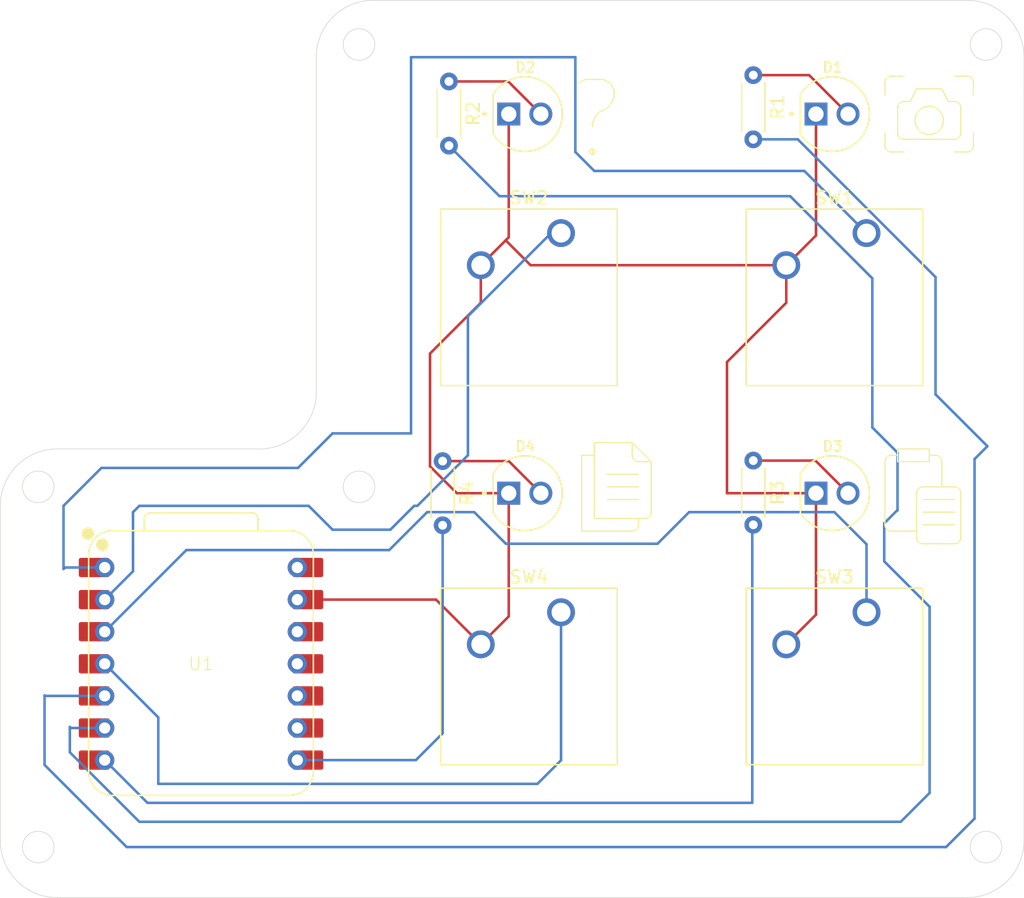
<source format=kicad_pcb>
(kicad_pcb (version 20241229) (generator "pcbnew") (generator_version "9.0")
  (layers (0 "F.Cu" signal) (2 "B.Cu" signal) (13 "F.Paste" user) (15 "B.Paste" user) (5 "F.SilkS" user "F.Silkscreen") (7 "B.SilkS" user "B.Silkscreen") (1 "F.Mask" user) (3 "B.Mask" user) (25 "Edge.Cuts" user))
  (net 0 "")
  (net 1 "Net-(D1-PadA)")
  (net 2 "GND")
  (net 3 "Net-(D2-PadA)")
  (net 4 "Net-(D3-PadA)")
  (net 5 "LED1")
  (net 6 "LED2")
  (net 7 "LED3")
  (net 8 "button1")
  (net 9 "button2")
  (net 10 "button3")
  (net 15 "Net-(D4-PadA)")
  (net 16 "LED4")
  (net 18 "button4")
  (footprint "Resistor_THT:R_Axial_DIN0204_L3.6mm_D1.6mm_P5.08mm_Horizontal" (layer "F.Cu") (at 154.5 84.42 -90)
    (property "Reference" "R2" (at 2.54 -1.92 90) (layer "F.SilkS"))
    (property "Value" "R")
    (fp_line (start 0.62 0.92) (end 4.46 0.92) (stroke (width 0.12)) (layer "F.SilkS"))
    (fp_line (start 0.62 -0.92) (end 4.46 -0.92) (stroke (width 0.12)) (layer "F.SilkS"))
    (pad "1" thru_hole circle (at 0 0 270) (size 1.4 1.4) (drill 0.7) (layers "*.Cu" "*.Mask") (net 3 "Net-(D2-PadA)"))
    (pad "2" thru_hole circle (at 5.08 0 270) (size 1.4 1.4) (drill 0.7) (layers "*.Cu" "*.Mask") (net 6 "LED2"))
  )
  (footprint "Resistor_THT:R_Axial_DIN0204_L3.6mm_D1.6mm_P5.08mm_Horizontal" (layer "F.Cu") (at 178.58 114.42 -90)
    (property "Reference" "R3" (at 2.54 -1.92 90) (layer "F.SilkS"))
    (property "Value" "R")
    (fp_line (start 0.62 0.92) (end 4.46 0.92) (stroke (width 0.12)) (layer "F.SilkS"))
    (fp_line (start 0.62 -0.92) (end 4.46 -0.92) (stroke (width 0.12)) (layer "F.SilkS"))
    (pad "1" thru_hole circle (at 0 0 270) (size 1.4 1.4) (drill 0.7) (layers "*.Cu" "*.Mask") (net 4 "Net-(D3-PadA)"))
    (pad "2" thru_hole circle (at 5.08 0 270) (size 1.4 1.4) (drill 0.7) (layers "*.Cu" "*.Mask") (net 7 "LED3"))
  )
  (footprint "Button_Switch_Keyboard:SW_Cherry_MX_1.00u_PCB" (layer "F.Cu") (at 187.54 96.42)
    (property "Reference" "SW1" (at -2.54 -2.794 0) (layer "F.SilkS"))
    (property "Value" "SW_Push")
    (fp_line (start -9.525 -1.905) (end 4.445 -1.905) (stroke (width 0.12)) (layer "F.SilkS"))
    (fp_line (start -9.525 12.065) (end -9.525 -1.905) (stroke (width 0.12)) (layer "F.SilkS"))
    (fp_line (start 4.445 -1.905) (end 4.445 12.065) (stroke (width 0.12)) (layer "F.SilkS"))
    (fp_line (start 4.445 12.065) (end -9.525 12.065) (stroke (width 0.12)) (layer "F.SilkS"))
    (pad "" np_thru_hole circle (at -7.62 5.08) (size 1.7 1.7) (drill 1.7) (layers "*.Cu" "*.Mask"))
    (pad "" np_thru_hole circle (at -2.54 5.08) (size 4 4) (drill 4) (layers "*.Cu" "*.Mask"))
    (pad "" np_thru_hole circle (at 2.54 5.08) (size 1.7 1.7) (drill 1.7) (layers "*.Cu" "*.Mask"))
    (pad "1" thru_hole circle (at 0 0) (size 2.2 2.2) (drill 1.5) (layers "*.Cu" "*.Mask") (net 8 "button1"))
    (pad "2" thru_hole circle (at -6.35 2.54) (size 2.2 2.2) (drill 1.5) (layers "*.Cu" "*.Mask") (net 2 "GND"))
  )
  (footprint "footprints:LEDRD254W57D500H1070" (layer "F.Cu") (at 160.5 87)
    (property "Reference" "D2" (at 0.04 -3.708 0) (layer "F.SilkS") (effects (font (size 0.8 0.8))))
    (property "Value" "L08R5000Q1")
    (fp_line (start -2.5 -1.566) (end -2.5 1.566) (stroke (width 0.127)) (layer "F.SilkS"))
    (fp_arc (start -2.5 -1.566) (mid 2.961291 0) (end -2.5 1.566) (stroke (width 0.127)) (layer "F.SilkS"))
    (fp_circle (center -3.2 0) (end -3.1 0) (stroke (width 0.2)) (fill no) (layer "F.SilkS"))
    (pad "A" thru_hole circle (at 1.27 0) (size 1.815 1.815) (drill 1.21) (layers "*.Cu" "*.Mask") (net 3 "Net-(D2-PadA)"))
    (pad "C" thru_hole rect (at -1.27 0) (size 1.815 1.815) (drill 1.21) (layers "*.Cu" "*.Mask") (net 2 "GND"))
  )
  (footprint "Button_Switch_Keyboard:SW_Cherry_MX_1.00u_PCB" (layer "F.Cu") (at 187.54 126.42)
    (property "Reference" "SW3" (at -2.54 -2.794 0) (layer "F.SilkS"))
    (property "Value" "SW_Push")
    (fp_line (start -9.525 -1.905) (end 4.445 -1.905) (stroke (width 0.12)) (layer "F.SilkS"))
    (fp_line (start -9.525 12.065) (end -9.525 -1.905) (stroke (width 0.12)) (layer "F.SilkS"))
    (fp_line (start 4.445 -1.905) (end 4.445 12.065) (stroke (width 0.12)) (layer "F.SilkS"))
    (fp_line (start 4.445 12.065) (end -9.525 12.065) (stroke (width 0.12)) (layer "F.SilkS"))
    (pad "" np_thru_hole circle (at -7.62 5.08) (size 1.7 1.7) (drill 1.7) (layers "*.Cu" "*.Mask"))
    (pad "" np_thru_hole circle (at -2.54 5.08) (size 4 4) (drill 4) (layers "*.Cu" "*.Mask"))
    (pad "" np_thru_hole circle (at 2.54 5.08) (size 1.7 1.7) (drill 1.7) (layers "*.Cu" "*.Mask"))
    (pad "1" thru_hole circle (at 0 0) (size 2.2 2.2) (drill 1.5) (layers "*.Cu" "*.Mask") (net 10 "button3"))
    (pad "2" thru_hole circle (at -6.35 2.54) (size 2.2 2.2) (drill 1.5) (layers "*.Cu" "*.Mask") (net 2 "GND"))
  )
  (footprint "Button_Switch_Keyboard:SW_Cherry_MX_1.00u_PCB" (layer "F.Cu") (at 163.369 126.42)
    (property "Reference" "SW4" (at -2.54 -2.794 0) (layer "F.SilkS"))
    (property "Value" "SW_Push")
    (fp_line (start -9.525 -1.905) (end 4.445 -1.905) (stroke (width 0.12)) (layer "F.SilkS"))
    (fp_line (start -9.525 12.065) (end -9.525 -1.905) (stroke (width 0.12)) (layer "F.SilkS"))
    (fp_line (start 4.445 -1.905) (end 4.445 12.065) (stroke (width 0.12)) (layer "F.SilkS"))
    (fp_line (start 4.445 12.065) (end -9.525 12.065) (stroke (width 0.12)) (layer "F.SilkS"))
    (pad "" np_thru_hole circle (at -7.62 5.08) (size 1.7 1.7) (drill 1.7) (layers "*.Cu" "*.Mask"))
    (pad "" np_thru_hole circle (at -2.54 5.08) (size 4 4) (drill 4) (layers "*.Cu" "*.Mask"))
    (pad "" np_thru_hole circle (at 2.54 5.08) (size 1.7 1.7) (drill 1.7) (layers "*.Cu" "*.Mask"))
    (pad "1" thru_hole circle (at 0 0) (size 2.2 2.2) (drill 1.5) (layers "*.Cu" "*.Mask") (net 18 "button4"))
    (pad "2" thru_hole circle (at -6.35 2.54) (size 2.2 2.2) (drill 1.5) (layers "*.Cu" "*.Mask") (net 2 "GND"))
  )
  (footprint "Resistor_THT:R_Axial_DIN0204_L3.6mm_D1.6mm_P5.08mm_Horizontal" (layer "F.Cu") (at 178.58 83.92 -90)
    (property "Reference" "R1" (at 2.54 -1.92 90) (layer "F.SilkS"))
    (property "Value" "R")
    (fp_line (start 0.62 0.92) (end 4.46 0.92) (stroke (width 0.12)) (layer "F.SilkS"))
    (fp_line (start 0.62 -0.92) (end 4.46 -0.92) (stroke (width 0.12)) (layer "F.SilkS"))
    (pad "1" thru_hole circle (at 0 0 270) (size 1.4 1.4) (drill 0.7) (layers "*.Cu" "*.Mask") (net 1 "Net-(D1-PadA)"))
    (pad "2" thru_hole circle (at 5.08 0 270) (size 1.4 1.4) (drill 0.7) (layers "*.Cu" "*.Mask") (net 5 "LED1"))
  )
  (footprint "footprints:LEDRD254W57D500H1070" (layer "F.Cu") (at 160.5 117)
    (property "Reference" "D4" (at 0.04 -3.708 0) (layer "F.SilkS") (effects (font (size 0.8 0.8))))
    (property "Value" "L08R5000Q1")
    (fp_line (start -2.5 -1.566) (end -2.5 1.566) (stroke (width 0.127)) (layer "F.SilkS"))
    (fp_arc (start -2.5 -1.566) (mid 2.961291 0) (end -2.5 1.566) (stroke (width 0.127)) (layer "F.SilkS"))
    (fp_circle (center -3.2 0) (end -3.1 0) (stroke (width 0.2)) (fill no) (layer "F.SilkS"))
    (pad "A" thru_hole circle (at 1.27 0) (size 1.815 1.815) (drill 1.21) (layers "*.Cu" "*.Mask") (net 15 "Net-(D4-PadA)"))
    (pad "C" thru_hole rect (at -1.27 0) (size 1.815 1.815) (drill 1.21) (layers "*.Cu" "*.Mask") (net 2 "GND"))
  )
  (footprint "Button_Switch_Keyboard:SW_Cherry_MX_1.00u_PCB" (layer "F.Cu") (at 163.369 96.42)
    (property "Reference" "SW2" (at -2.54 -2.794 0) (layer "F.SilkS"))
    (property "Value" "SW_Push")
    (fp_line (start -9.525 -1.905) (end 4.445 -1.905) (stroke (width 0.12)) (layer "F.SilkS"))
    (fp_line (start -9.525 12.065) (end -9.525 -1.905) (stroke (width 0.12)) (layer "F.SilkS"))
    (fp_line (start 4.445 -1.905) (end 4.445 12.065) (stroke (width 0.12)) (layer "F.SilkS"))
    (fp_line (start 4.445 12.065) (end -9.525 12.065) (stroke (width 0.12)) (layer "F.SilkS"))
    (pad "" np_thru_hole circle (at -7.62 5.08) (size 1.7 1.7) (drill 1.7) (layers "*.Cu" "*.Mask"))
    (pad "" np_thru_hole circle (at -2.54 5.08) (size 4 4) (drill 4) (layers "*.Cu" "*.Mask"))
    (pad "" np_thru_hole circle (at 2.54 5.08) (size 1.7 1.7) (drill 1.7) (layers "*.Cu" "*.Mask"))
    (pad "1" thru_hole circle (at 0 0) (size 2.2 2.2) (drill 1.5) (layers "*.Cu" "*.Mask") (net 9 "button2"))
    (pad "2" thru_hole circle (at -6.35 2.54) (size 2.2 2.2) (drill 1.5) (layers "*.Cu" "*.Mask") (net 2 "GND"))
  )
  (footprint "footprints:XIAO-RP2040-DIP" (layer "F.Cu") (at 134.88 130.5)
    (property "Reference" "U1" (at 0 0 0) (layer "F.SilkS") (effects (font (thickness 0.1016))))
    (property "Value" "XIAO-RP2040-DIP")
    (fp_line (start -8.89 8.509) (end -8.89 -8.636) (stroke (width 0.127)) (layer "F.SilkS"))
    (fp_line (start -6.985 10.414) (end 6.985 10.414) (stroke (width 0.127)) (layer "F.SilkS"))
    (fp_line (start -4.495 -10.541) (end -4.491272 -11.451272) (stroke (width 0.127)) (layer "F.SilkS"))
    (fp_line (start -3.991272 -11.951) (end 4.004 -11.951) (stroke (width 0.127)) (layer "F.SilkS"))
    (fp_line (start 4.504 -11.451) (end 4.504 -10.541) (stroke (width 0.127)) (layer "F.SilkS"))
    (fp_line (start 6.985 -10.541) (end -6.985 -10.541) (stroke (width 0.1)) (layer "F.SilkS"))
    (fp_line (start 6.985 -10.541) (end -6.985 -10.541) (stroke (width 0.127)) (layer "F.SilkS"))
    (fp_line (start 8.89 8.509) (end 8.89 -8.636) (stroke (width 0.127)) (layer "F.SilkS"))
    (fp_arc (start -8.89 -8.636) (mid -8.332038 -9.983038) (end -6.985 -10.541) (stroke (width 0.127)) (layer "F.SilkS"))
    (fp_arc (start -6.985 10.414) (mid -8.332038 9.856038) (end -8.89 8.509) (stroke (width 0.127)) (layer "F.SilkS"))
    (fp_arc (start -4.491272 -11.451272) (mid -4.344728 -11.80464) (end -3.991272 -11.951) (stroke (width 0.127)) (layer "F.SilkS"))
    (fp_arc (start 4.004 -11.951) (mid 4.357553 -11.804553) (end 4.504 -11.451) (stroke (width 0.127)) (layer "F.SilkS"))
    (fp_arc (start 6.985 -10.541) (mid 8.332038 -9.983038) (end 8.89 -8.636) (stroke (width 0.127)) (layer "F.SilkS"))
    (fp_arc (start 8.89 8.509) (mid 8.332038 9.856038) (end 6.985 10.414) (stroke (width 0.127)) (layer "F.SilkS"))
    (fp_circle (center -8.95 -10.3) (end -8.95 -10.554) (stroke (width 0.5)) (fill yes) (layer "F.SilkS"))
    (fp_circle (center -7.807 -9.42) (end -7.807 -9.674) (stroke (width 0.5)) (fill yes) (layer "F.SilkS"))
    (pad "1" smd roundrect (at -8.455 -7.62 180) (size 2.432 1.524) (layers "F.Cu" "F.Mask") (roundrect_rratio 0.1) (net 8 "button1"))
    (pad "1" thru_hole circle (at -7.62 -7.62 180) (size 1.524 1.524) (drill 0.889) (layers "*.Cu" "*.Mask") (net 8 "button1"))
    (pad "2" smd roundrect (at -8.455 -5.08 180) (size 2.432 1.524) (layers "F.Cu" "F.Mask") (roundrect_rratio 0.1) (net 9 "button2"))
    (pad "2" thru_hole circle (at -7.62 -5.08 180) (size 1.524 1.524) (drill 0.889) (layers "*.Cu" "*.Mask") (net 9 "button2"))
    (pad "3" smd roundrect (at -8.455 -2.54 180) (size 2.432 1.524) (layers "F.Cu" "F.Mask") (roundrect_rratio 0.1) (net 10 "button3"))
    (pad "3" thru_hole circle (at -7.62 -2.54 180) (size 1.524 1.524) (drill 0.889) (layers "*.Cu" "*.Mask") (net 10 "button3"))
    (pad "4" smd roundrect (at -8.455 0 180) (size 2.432 1.524) (layers "F.Cu" "F.Mask") (roundrect_rratio 0.1) (net 18 "button4"))
    (pad "4" thru_hole circle (at -7.62 0 180) (size 1.524 1.524) (drill 0.889) (layers "*.Cu" "*.Mask") (net 18 "button4"))
    (pad "5" smd roundrect (at -8.455 2.54 180) (size 2.432 1.524) (layers "F.Cu" "F.Mask") (roundrect_rratio 0.1) (net 5 "LED1"))
    (pad "5" thru_hole circle (at -7.62 2.54 180) (size 1.524 1.524) (drill 0.889) (layers "*.Cu" "*.Mask") (net 5 "LED1"))
    (pad "6" smd roundrect (at -8.455 5.08 180) (size 2.432 1.524) (layers "F.Cu" "F.Mask") (roundrect_rratio 0.1) (net 6 "LED2"))
    (pad "6" thru_hole circle (at -7.62 5.08 180) (size 1.524 1.524) (drill 0.889) (layers "*.Cu" "*.Mask") (net 6 "LED2"))
    (pad "7" smd roundrect (at -8.455 7.62 180) (size 2.432 1.524) (layers "F.Cu" "F.Mask") (roundrect_rratio 0.1) (net 7 "LED3"))
    (pad "7" thru_hole circle (at -7.62 7.62 180) (size 1.524 1.524) (drill 0.889) (layers "*.Cu" "*.Mask") (net 7 "LED3"))
    (pad "8" thru_hole circle (at 7.62 7.62) (size 1.524 1.524) (drill 0.889) (layers "*.Cu" "*.Mask") (net 16 "LED4"))
    (pad "8" smd roundrect (at 8.455 7.62) (size 2.432 1.524) (layers "F.Cu" "F.Mask") (roundrect_rratio 0.1) (net 16 "LED4"))
    (pad "9" thru_hole circle (at 7.62 5.08) (size 1.524 1.524) (drill 0.889) (layers "*.Cu" "*.Mask"))
    (pad "9" smd roundrect (at 8.455 5.08) (size 2.432 1.524) (layers "F.Cu" "F.Mask") (roundrect_rratio 0.1))
    (pad "10" thru_hole circle (at 7.62 2.54) (size 1.524 1.524) (drill 0.889) (layers "*.Cu" "*.Mask"))
    (pad "10" smd roundrect (at 8.455 2.54) (size 2.432 1.524) (layers "F.Cu" "F.Mask") (roundrect_rratio 0.1))
    (pad "11" thru_hole circle (at 7.62 0) (size 1.524 1.524) (drill 0.889) (layers "*.Cu" "*.Mask"))
    (pad "11" smd roundrect (at 8.455 0) (size 2.432 1.524) (layers "F.Cu" "F.Mask") (roundrect_rratio 0.1))
    (pad "12" thru_hole circle (at 7.62 -2.54) (size 1.524 1.524) (drill 0.889) (layers "*.Cu" "*.Mask"))
    (pad "12" smd roundrect (at 8.455 -2.54) (size 2.432 1.524) (layers "F.Cu" "F.Mask") (roundrect_rratio 0.1))
    (pad "13" thru_hole circle (at 7.62 -5.08) (size 1.524 1.524) (drill 0.889) (layers "*.Cu" "*.Mask") (net 2 "GND"))
    (pad "13" smd roundrect (at 8.455 -5.08) (size 2.432 1.524) (layers "F.Cu" "F.Mask") (roundrect_rratio 0.1) (net 2 "GND"))
    (pad "14" thru_hole circle (at 7.62 -7.62) (size 1.524 1.524) (drill 0.889) (layers "*.Cu" "*.Mask"))
    (pad "14" smd roundrect (at 8.455 -7.62) (size 2.432 1.524) (layers "F.Cu" "F.Mask") (roundrect_rratio 0.1))
  )
  (footprint "footprints:LEDRD254W57D500H1070" (layer "F.Cu") (at 184.81 117)
    (property "Reference" "D3" (at 0.04 -3.708 0) (layer "F.SilkS") (effects (font (size 0.8 0.8))))
    (property "Value" "L08R5000Q1")
    (fp_line (start -2.5 -1.566) (end -2.5 1.566) (stroke (width 0.127)) (layer "F.SilkS"))
    (fp_arc (start -2.5 -1.566) (mid 2.961291 0) (end -2.5 1.566) (stroke (width 0.127)) (layer "F.SilkS"))
    (fp_circle (center -3.2 0) (end -3.1 0) (stroke (width 0.2)) (fill no) (layer "F.SilkS"))
    (pad "A" thru_hole circle (at 1.27 0) (size 1.815 1.815) (drill 1.21) (layers "*.Cu" "*.Mask") (net 4 "Net-(D3-PadA)"))
    (pad "C" thru_hole rect (at -1.27 0) (size 1.815 1.815) (drill 1.21) (layers "*.Cu" "*.Mask") (net 2 "GND"))
  )
  (footprint "Resistor_THT:R_Axial_DIN0204_L3.6mm_D1.6mm_P5.08mm_Horizontal" (layer "F.Cu") (at 154 114.46 -90)
    (property "Reference" "R4" (at 2.54 -1.92 90) (layer "F.SilkS"))
    (property "Value" "R")
    (fp_line (start 0.62 0.92) (end 4.46 0.92) (stroke (width 0.12)) (layer "F.SilkS"))
    (fp_line (start 0.62 -0.92) (end 4.46 -0.92) (stroke (width 0.12)) (layer "F.SilkS"))
    (pad "1" thru_hole circle (at 0 0 270) (size 1.4 1.4) (drill 0.7) (layers "*.Cu" "*.Mask") (net 15 "Net-(D4-PadA)"))
    (pad "2" thru_hole circle (at 5.08 0 270) (size 1.4 1.4) (drill 0.7) (layers "*.Cu" "*.Mask") (net 16 "LED4"))
  )
  (footprint "footprints:LEDRD254W57D500H1070" (layer "F.Cu") (at 184.81 87)
    (property "Reference" "D1" (at 0.04 -3.708 0) (layer "F.SilkS") (effects (font (size 0.8 0.8))))
    (property "Value" "L08R5000Q1")
    (fp_line (start -2.5 -1.566) (end -2.5 1.566) (stroke (width 0.127)) (layer "F.SilkS"))
    (fp_arc (start -2.5 -1.566) (mid 2.961291 0) (end -2.5 1.566) (stroke (width 0.127)) (layer "F.SilkS"))
    (fp_circle (center -3.2 0) (end -3.1 0) (stroke (width 0.2)) (fill no) (layer "F.SilkS"))
    (pad "A" thru_hole circle (at 1.27 0) (size 1.815 1.815) (drill 1.21) (layers "*.Cu" "*.Mask") (net 1 "Net-(D1-PadA)"))
    (pad "C" thru_hole rect (at -1.27 0) (size 1.815 1.815) (drill 1.21) (layers "*.Cu" "*.Mask") (net 2 "GND"))
  )
  (gr_line (start 192.5 117.5) (end 194 117.5) (stroke (width 0.1)) (layer "F.SilkS"))
  (gr_line (start 191.5 85) (end 193.5 85) (stroke (width 0.1)) (layer "F.SilkS"))
  (gr_line (start 194.5 117.5) (end 194 117.5) (stroke (width 0.1)) (layer "F.SilkS"))
  (gr_line (start 195 87) (end 195 86.5) (stroke (width 0.1)) (layer "F.SilkS"))
  (gr_line (start 170.5 118) (end 170.5 118.5) (stroke (width 0.1)) (layer "F.SilkS"))
  (gr_line (start 189 84.5) (end 189 85.5) (stroke (width 0.1)) (layer "F.SilkS"))
  (gr_circle (center 192.5 87.5) (end 191.5 87) (stroke (width 0.1)) (fill no) (layer "F.SilkS"))
  (gr_arc (start 191.5 117) (mid 191.646447 116.646447) (end 192 116.5) (stroke (width 0.1)) (layer "F.SilkS"))
  (gr_line (start 195 120) (end 195 120.5) (stroke (width 0.1)) (layer "F.SilkS"))
  (gr_line (start 166 114) (end 166 113) (stroke (width 0.1)) (layer "F.SilkS"))
  (gr_line (start 190 114.5) (end 190 113.5) (stroke (width 0.1)) (layer "F.SilkS"))
  (gr_arc (start 192 121) (mid 191.646447 120.853553) (end 191.5 120.5) (stroke (width 0.1)) (layer "F.SilkS"))
  (gr_line (start 193.5 116.5) (end 192 116.5) (stroke (width 0.1)) (layer "F.SilkS"))
  (gr_line (start 193.5 114.5) (end 193.5 116.5) (stroke (width 0.1)) (layer "F.SilkS"))
  (gr_line (start 166 115) (end 166 119) (stroke (width 0.1)) (layer "F.SilkS"))
  (gr_arc (start 194.5 116.5) (mid 194.853553 116.646447) (end 195 117) (stroke (width 0.1)) (layer "F.SilkS"))
  (gr_line (start 189 88.5) (end 189 89.5) (stroke (width 0.1)) (layer "F.SilkS"))
  (gr_line (start 190 113.5) (end 191.5 113.5) (stroke (width 0.1)) (layer "F.SilkS"))
  (gr_line (start 169.5 119) (end 169.5 119.5) (stroke (width 0.1)) (layer "F.SilkS"))
  (gr_line (start 193.5 85) (end 194 86) (stroke (width 0.1)) (layer "F.SilkS"))
  (gr_line (start 166 113) (end 169 113) (stroke (width 0.1)) (layer "F.SilkS"))
  (gr_line (start 192.5 114) (end 193 114) (stroke (width 0.1)) (layer "F.SilkS"))
  (gr_line (start 194.5 119.5) (end 194 119.5) (stroke (width 0.1)) (layer "F.SilkS"))
  (gr_arc (start 195 88.5) (mid 194.853553 88.853553) (end 194.5 89) (stroke (width 0.1)) (layer "F.SilkS"))
  (gr_line (start 192.5 113.5) (end 192.5 114.5) (stroke (width 0.1)) (layer "F.SilkS"))
  (gr_arc (start 190.5 89) (mid 190.146447 88.853553) (end 190 88.5) (stroke (width 0.1)) (layer "F.SilkS"))
  (gr_line (start 192.5 118.5) (end 194 118.5) (stroke (width 0.1)) (layer "F.SilkS"))
  (gr_arc (start 170.5 118.5) (mid 170.353553 118.853553) (end 170 119) (stroke (width 0.1)) (layer "F.SilkS"))
  (gr_line (start 189.5 90) (end 190.5 90) (stroke (width 0.1)) (layer "F.SilkS"))
  (gr_line (start 169 113.5) (end 169 114) (stroke (width 0.1)) (layer "F.SilkS"))
  (gr_line (start 194.5 118.5) (end 194 118.5) (stroke (width 0.1)) (layer "F.SilkS"))
  (gr_line (start 189.5 120) (end 191.5 120) (stroke (width 0.1)) (layer "F.SilkS"))
  (gr_arc (start 195 120.5) (mid 194.853553 120.853553) (end 194.5 121) (stroke (width 0.1)) (layer "F.SilkS"))
  (gr_line (start 196 88.5) (end 196 89.5) (stroke (width 0.1)) (layer "F.SilkS"))
  (gr_line (start 192 119.5) (end 192.5 119.5) (stroke (width 0.1)) (layer "F.SilkS"))
  (gr_arc (start 195.5 84) (mid 195.853553 84.146447) (end 196 84.5) (stroke (width 0.1)) (layer "F.SilkS"))
  (gr_line (start 165 114) (end 165 120) (stroke (width 0.1)) (layer "F.SilkS"))
  (gr_line (start 169 113) (end 169 113.5) (stroke (width 0.1)) (layer "F.SilkS"))
  (gr_line (start 167 116.5) (end 169.5 116.5) (stroke (width 0.1)) (layer "F.SilkS"))
  (gr_line (start 191 86) (end 191.5 85) (stroke (width 0.1)) (layer "F.SilkS"))
  (gr_line (start 166 113) (end 166 114) (stroke (width 0.1)) (layer "F.SilkS"))
  (gr_arc (start 189 114.5) (mid 189.146447 114.146447) (end 189.5 114) (stroke (width 0.1)) (layer "F.SilkS"))
  (gr_line (start 196 84.5) (end 196 85.5) (stroke (width 0.1)) (layer "F.SilkS"))
  (gr_line (start 170.5 118) (end 170.5 114.5) (stroke (width 0.1)) (layer "F.SilkS"))
  (gr_line (start 189.5 114) (end 190 114) (stroke (width 0.1)) (layer "F.SilkS"))
  (gr_arc (start 189.5 90) (mid 189.146447 89.853553) (end 189 89.5) (stroke (width 0.1)) (layer "F.SilkS"))
  (gr_arc (start 190 86.5) (mid 190.146447 86.146447) (end 190.5 86) (stroke (width 0.1)) (layer "F.SilkS"))
  (gr_line (start 167 115.5) (end 169.5 115.5) (stroke (width 0.1)) (layer "F.SilkS"))
  (gr_line (start 170 114.5) (end 169.5 114.5) (stroke (width 0.1)) (layer "F.SilkS"))
  (gr_line (start 193.5 116.5) (end 194.5 116.5) (stroke (width 0.1)) (layer "F.SilkS"))
  (gr_line (start 192 117.5) (end 192.5 117.5) (stroke (width 0.1)) (layer "F.SilkS"))
  (gr_line (start 191.5 113.5) (end 192.5 113.5) (stroke (width 0.1)) (layer "F.SilkS"))
  (gr_line (start 169.5 119.5) (end 169.5 119) (stroke (width 0.1)) (layer "F.SilkS"))
  (gr_line (start 195.5 90) (end 194.5 90) (stroke (width 0.1)) (layer "F.SilkS"))
  (gr_arc (start 193 114) (mid 193.353553 114.146447) (end 193.5 114.5) (stroke (width 0.1)) (layer "F.SilkS"))
  (gr_line (start 194 86) (end 194.5 86) (stroke (width 0.1)) (layer "F.SilkS"))
  (gr_line (start 192.5 119.5) (end 194 119.5) (stroke (width 0.1)) (layer "F.SilkS"))
  (gr_line (start 170 119) (end 169.5 119) (stroke (width 0.1)) (layer "F.SilkS"))
  (gr_line (start 165 120) (end 168.5 120) (stroke (width 0.1)) (layer "F.SilkS"))
  (gr_line (start 192 118.5) (end 192.5 118.5) (stroke (width 0.1)) (layer "F.SilkS"))
  (gr_line (start 195 117) (end 195 120) (stroke (width 0.1)) (layer "F.SilkS"))
  (gr_arc (start 169.5 114.5) (mid 169.146447 114.353553) (end 169 114) (stroke (width 0.1)) (layer "F.SilkS"))
  (gr_line (start 190.5 86) (end 191 86) (stroke (width 0.1)) (layer "F.SilkS"))
  (gr_line (start 165 114) (end 166 114) (stroke (width 0.1)) (layer "F.SilkS"))
  (gr_line (start 166 115) (end 166 114) (stroke (width 0.1)) (layer "F.SilkS"))
  (gr_line (start 190 87) (end 190 88.5) (stroke (width 0.1)) (layer "F.SilkS"))
  (gr_line (start 195 87) (end 195 88.5) (stroke (width 0.1)) (layer "F.SilkS"))
  (gr_arc (start 194.5 86) (mid 194.853553 86.146447) (end 195 86.5) (stroke (width 0.1)) (layer "F.SilkS"))
  (gr_line (start 191.5 120) (end 191.5 117) (stroke (width 0.1)) (layer "F.SilkS"))
  (gr_line (start 166 119) (end 169.5 119) (stroke (width 0.1)) (layer "F.SilkS"))
  (gr_line (start 195.5 84) (end 195 84) (stroke (width 0.1)) (layer "F.SilkS"))
  (gr_arc (start 189 84.5) (mid 189.146447 84.146447) (end 189.5 84) (stroke (width 0.1)) (layer "F.SilkS"))
  (gr_line (start 194.5 84) (end 195 84) (stroke (width 0.1)) (layer "F.SilkS"))
  (gr_line (start 190.5 89) (end 194.5 89) (stroke (width 0.1)) (layer "F.SilkS"))
  (gr_line (start 191.5 120) (end 191.5 120.5) (stroke (width 0.1)) (layer "F.SilkS"))
  (gr_line (start 167 117.5) (end 169.5 117.5) (stroke (width 0.1)) (layer "F.SilkS"))
  (gr_line (start 192.5 114.5) (end 190 114.5) (stroke (width 0.1)) (layer "F.SilkS"))
  (gr_arc (start 169.5 119.5) (mid 169.353553 119.853553) (end 169 120) (stroke (width 0.1)) (layer "F.SilkS"))
  (gr_arc (start 189.5 120) (mid 189.146447 119.853553) (end 189 119.5) (stroke (width 0.1)) (layer "F.SilkS"))
  (gr_line (start 190 87) (end 190 86.5) (stroke (width 0.1)) (layer "F.SilkS"))
  (gr_line (start 190.5 84) (end 189.5 84) (stroke (width 0.1)) (layer "F.SilkS"))
  (gr_line (start 168.5 120) (end 169 120) (stroke (width 0.1)) (layer "F.SilkS"))
  (gr_arc (start 196 89.5) (mid 195.853553 89.853553) (end 195.5 90) (stroke (width 0.1)) (layer "F.SilkS"))
  (gr_line (start 169 113) (end 170.5 114.5) (stroke (width 0.1)) (layer "F.SilkS"))
  (gr_line (start 189 114.5) (end 189 119.5) (stroke (width 0.1)) (layer "F.SilkS"))
  (gr_line (start 170.5 114.5) (end 170 114.5) (stroke (width 0.1)) (layer "F.SilkS"))
  (gr_line (start 192 121) (end 194.5 121) (stroke (width 0.1)) (layer "F.SilkS"))
  (gr_arc (start 195.5 78.000001) (mid 198.681981 79.31802) (end 200 82.500001) (stroke (width 0.05)) (layer "Edge.Cuts"))
  (gr_line (start 200 140) (end 200 143.5) (stroke (width 0.05)) (layer "Edge.Cuts"))
  (gr_arc (start 144 109) (mid 142.681982 112.181986) (end 139.500001 113.499999) (stroke (width 0.05)) (layer "Edge.Cuts"))
  (gr_arc (start 144 82.5) (mid 145.31802 79.318026) (end 148.499999 78.000001) (stroke (width 0.05)) (layer "Edge.Cuts"))
  (gr_line (start 200 82.500001) (end 200 85) (stroke (width 0.05)) (layer "Edge.Cuts"))
  (gr_line (start 195.5 78.000001) (end 148.5 78.000001) (stroke (width 0.05)) (layer "Edge.Cuts"))
  (gr_line (start 123.5 113.5) (end 139.5 113.499999) (stroke (width 0.05)) (layer "Edge.Cuts"))
  (gr_arc (start 123.5 149) (mid 120.318019 147.681981) (end 119 144.5) (stroke (width 0.05)) (layer "Edge.Cuts"))
  (gr_circle (center 147.381965 81.5) (end 148.631965 81.5) (stroke (width 0.05)) (fill no) (layer "Edge.Cuts"))
  (gr_circle (center 147.381965 116.5) (end 148.631965 116.5) (stroke (width 0.05)) (fill no) (layer "Edge.Cuts"))
  (gr_circle (center 122 116.5) (end 123.25 116.5) (stroke (width 0.05)) (fill no) (layer "Edge.Cuts"))
  (gr_circle (center 122 145) (end 123.25 145) (stroke (width 0.05)) (fill no) (layer "Edge.Cuts"))
  (gr_line (start 200 143.5) (end 200 144.5) (stroke (width 0.05)) (layer "Edge.Cuts"))
  (gr_arc (start 119 118) (mid 120.31802 114.81802) (end 123.5 113.5) (stroke (width 0.05)) (layer "Edge.Cuts"))
  (gr_arc (start 200 144.5) (mid 198.681981 147.681981) (end 195.5 149) (stroke (width 0.05)) (layer "Edge.Cuts"))
  (gr_line (start 123.5 149) (end 195.5 149) (stroke (width 0.05)) (layer "Edge.Cuts"))
  (gr_circle (center 197 81.5) (end 198.25 81.5) (stroke (width 0.05)) (fill no) (layer "Edge.Cuts"))
  (gr_line (start 119 144.5) (end 119 118) (stroke (width 0.05)) (layer "Edge.Cuts"))
  (gr_line (start 144 109.000001) (end 144 82.5) (stroke (width 0.05)) (layer "Edge.Cuts"))
  (gr_circle (center 197 145) (end 198.25 145) (stroke (width 0.05)) (fill no) (layer "Edge.Cuts"))
  (gr_line (start 200 140) (end 200 85) (stroke (width 0.05)) (layer "Edge.Cuts"))
  (gr_text "?" (at 163.5 91 0) (layer "F.SilkS") (effects (font (size 6 6) (thickness 0.1)) (justify left bottom)))
  (segment (start 178.58 83.92) (end 183 83.92) (width 0.2) (layer "F.Cu") (net 1))
  (segment (start 183 83.92) (end 186.08 87) (width 0.2) (layer "F.Cu") (net 1))
  (segment (start 152.999 114.874628) (end 152.999 105.94847) (width 0.2) (layer "F.Cu") (net 2))
  (segment (start 159.23 87) (end 159.23 96.749) (width 0.2) (layer "F.Cu") (net 2))
  (segment (start 159.23 96.749) (end 158.9895 96.9895) (width 0.2) (layer "F.Cu") (net 2))
  (segment (start 181.19 101.92847) (end 176.5 106.61847) (width 0.2) (layer "F.Cu") (net 2))
  (segment (start 159.23 126.749) (end 157.019 128.96) (width 0.2) (layer "F.Cu") (net 2))
  (segment (start 159.23 117) (end 159.23 121) (width 0.2) (layer "F.Cu") (net 2))
  (segment (start 181.19 98.96) (end 183.54 96.61) (width 0.2) (layer "F.Cu") (net 2))
  (segment (start 183.54 126.61) (end 183.54 117) (width 0.2) (layer "F.Cu") (net 2))
  (segment (start 159.23 122) (end 159.23 126.749) (width 0.2) (layer "F.Cu") (net 2))
  (segment (start 155.124372 117) (end 152.999 114.874628) (width 0.2) (layer "F.Cu") (net 2))
  (segment (start 157.019 101.92847) (end 157.019 98.96) (width 0.2) (layer "F.Cu") (net 2))
  (segment (start 181.19 98.96) (end 181.19 101.92847) (width 0.2) (layer "F.Cu") (net 2))
  (segment (start 158.9895 96.9895) (end 157.019 98.96) (width 0.2) (layer "F.Cu") (net 2))
  (segment (start 160.96 98.96) (end 181.19 98.96) (width 0.2) (layer "F.Cu") (net 2))
  (segment (start 152.999 105.94847) (end 157.019 101.92847) (width 0.2) (layer "F.Cu") (net 2))
  (segment (start 157.019 128.96) (end 153.479 125.42) (width 0.2) (layer "F.Cu") (net 2))
  (segment (start 158.9895 96.9895) (end 160.96 98.96) (width 0.2) (layer "F.Cu") (net 2))
  (segment (start 176.5 117) (end 183.54 117) (width 0.2) (layer "F.Cu") (net 2))
  (segment (start 176.5 106.61847) (end 176.5 117) (width 0.2) (layer "F.Cu") (net 2))
  (segment (start 181.19 128.96) (end 183.54 126.61) (width 0.2) (layer "F.Cu") (net 2))
  (segment (start 159.23 117) (end 155.124372 117) (width 0.2) (layer "F.Cu") (net 2))
  (segment (start 159.23 121) (end 159.23 122) (width 0.2) (layer "F.Cu") (net 2))
  (segment (start 153.479 125.42) (end 142.5 125.42) (width 0.2) (layer "F.Cu") (net 2))
  (segment (start 183.54 96.61) (end 183.54 87) (width 0.2) (layer "F.Cu") (net 2))
  (segment (start 154.5 84.42) (end 159.19 84.42) (width 0.2) (layer "F.Cu") (net 3))
  (segment (start 159.19 84.42) (end 161.77 87) (width 0.2) (layer "F.Cu") (net 3))
  (segment (start 183.5 114.42) (end 186.08 117) (width 0.2) (layer "F.Cu") (net 4))
  (segment (start 178.58 114.42) (end 183.5 114.42) (width 0.2) (layer "F.Cu") (net 4))
  (segment (start 129 145) (end 122.5 138.5) (width 0.2) (layer "B.Cu") (net 5))
  (segment (start 193 99.898686) (end 193 109.18) (width 0.2) (layer "B.Cu") (net 5))
  (segment (start 193.836 145) (end 129 145) (width 0.2) (layer "B.Cu") (net 5))
  (segment (start 122.5 133) (end 122.54 133.04) (width 0.2) (layer "B.Cu") (net 5))
  (segment (start 196.088 142.748) (end 193.836 145) (width 0.2) (layer "B.Cu") (net 5))
  (segment (start 196.088 114.3) (end 196.088 142.748) (width 0.2) (layer "B.Cu") (net 5))
  (segment (start 182.101314 89) (end 193 99.898686) (width 0.2) (layer "B.Cu") (net 5))
  (segment (start 178.58 89) (end 182.101314 89) (width 0.2) (layer "B.Cu") (net 5))
  (segment (start 122.5 138.5) (end 122.5 133) (width 0.2) (layer "B.Cu") (net 5))
  (segment (start 122.54 133.04) (end 127.26 133.04) (width 0.2) (layer "B.Cu") (net 5))
  (segment (start 193 109.18) (end 197.104 113.284) (width 0.2) (layer "B.Cu") (net 5))
  (segment (start 197.104 113.284) (end 196.088 114.3) (width 0.2) (layer "B.Cu") (net 5))
  (segment (start 124.5 137.5) (end 124.5 135.5) (width 0.2) (layer "B.Cu") (net 6))
  (segment (start 130 143) (end 124.5 137.5) (width 0.2) (layer "B.Cu") (net 6))
  (segment (start 188 111.8) (end 189.992 113.792) (width 0.2) (layer "B.Cu") (net 6))
  (segment (start 124.58 135.58) (end 127.26 135.58) (width 0.2) (layer "B.Cu") (net 6))
  (segment (start 189.992 118.364) (end 189.957 118.364) (width 0.2) (layer "B.Cu") (net 6))
  (segment (start 188.941 119.38) (end 188.941 122.393) (width 0.2) (layer "B.Cu") (net 6))
  (segment (start 189.992 113.792) (end 189.992 118.364) (width 0.2) (layer "B.Cu") (net 6))
  (segment (start 188.941 122.393) (end 192.532 125.984) (width 0.2) (layer "B.Cu") (net 6))
  (segment (start 158.5 93.5) (end 181.5 93.5) (width 0.2) (layer "B.Cu") (net 6))
  (segment (start 189.957 118.364) (end 188.941 119.38) (width 0.2) (layer "B.Cu") (net 6))
  (segment (start 181.5 93.5) (end 188 100) (width 0.2) (layer "B.Cu") (net 6))
  (segment (start 188 100) (end 188 111.8) (width 0.2) (layer "B.Cu") (net 6))
  (segment (start 192.532 125.984) (end 192.532 140.716) (width 0.2) (layer "B.Cu") (net 6))
  (segment (start 154.5 89.5) (end 158.5 93.5) (width 0.2) (layer "B.Cu") (net 6))
  (segment (start 124.5 135.5) (end 124.58 135.58) (width 0.2) (layer "B.Cu") (net 6))
  (segment (start 190.248 143) (end 130 143) (width 0.2) (layer "B.Cu") (net 6))
  (segment (start 192.532 140.716) (end 190.248 143) (width 0.2) (layer "B.Cu") (net 6))
  (segment (start 178.58 119.5) (end 178.5 119.58) (width 0.2) (layer "B.Cu") (net 7))
  (segment (start 178.5 119.58) (end 178.5 141.5) (width 0.2) (layer "B.Cu") (net 7))
  (segment (start 130.64 141.5) (end 127.26 138.12) (width 0.2) (layer "B.Cu") (net 7))
  (segment (start 178.5 141.5) (end 130.64 141.5) (width 0.2) (layer "B.Cu") (net 7))
  (segment (start 142.556 115) (end 145.288 112.268) (width 0.2) (layer "B.Cu") (net 8))
  (segment (start 164.5 90) (end 164.5 82.5) (width 0.2) (layer "B.Cu") (net 8))
  (segment (start 124 123) (end 124 118) (width 0.2) (layer "B.Cu") (net 8))
  (segment (start 127.26 122.88) (end 124.12 122.88) (width 0.2) (layer "B.Cu") (net 8))
  (segment (start 164.5 82.5) (end 151.5 82.5) (width 0.2) (layer "B.Cu") (net 8))
  (segment (start 124.12 122.88) (end 124 123) (width 0.2) (layer "B.Cu") (net 8))
  (segment (start 166 91.5) (end 182.62 91.5) (width 0.2) (layer "B.Cu") (net 8))
  (segment (start 145.288 112.268) (end 151.5 112.268) (width 0.2) (layer "B.Cu") (net 8))
  (segment (start 124 118) (end 127 115) (width 0.2) (layer "B.Cu") (net 8))
  (segment (start 151.5 82.5) (end 151.5 112.268) (width 0.2) (layer "B.Cu") (net 8))
  (segment (start 182.62 91.5) (end 187.54 96.42) (width 0.2) (layer "B.Cu") (net 8))
  (segment (start 166 91.5) (end 164.5 90) (width 0.2) (layer "B.Cu") (net 8))
  (segment (start 127 115) (end 142.556 115) (width 0.2) (layer "B.Cu") (net 8))
  (segment (start 129.5 118.5) (end 129.5 123.18) (width 0.2) (layer "B.Cu") (net 9))
  (segment (start 162.58 96.42) (end 156 103) (width 0.2) (layer "B.Cu") (net 9))
  (segment (start 156 103) (end 156 114) (width 0.2) (layer "B.Cu") (net 9))
  (segment (start 163.369 96.42) (end 162.58 96.42) (width 0.2) (layer "B.Cu") (net 9))
  (segment (start 149.86 119.888) (end 151.748 118) (width 0.2) (layer "B.Cu") (net 9))
  (segment (start 151.748 118) (end 152 118) (width 0.2) (layer "B.Cu") (net 9))
  (segment (start 145.288 119.888) (end 149.86 119.888) (width 0.2) (layer "B.Cu") (net 9))
  (segment (start 130 118) (end 129.5 118.5) (width 0.2) (layer "B.Cu") (net 9))
  (segment (start 156 114) (end 152 118) (width 0.2) (layer "B.Cu") (net 9))
  (segment (start 129.5 123.18) (end 127.26 125.42) (width 0.2) (layer "B.Cu") (net 9))
  (segment (start 130 118) (end 143.4 118) (width 0.2) (layer "B.Cu") (net 9))
  (segment (start 143.4 118) (end 145.288 119.888) (width 0.2) (layer "B.Cu") (net 9))
  (segment (start 149.772 121.5) (end 152.772 118.5) (width 0.2) (layer "B.Cu") (net 10))
  (segment (start 133.72 121.5) (end 149.772 121.5) (width 0.2) (layer "B.Cu") (net 10))
  (segment (start 171 121) (end 173.501 118.499) (width 0.2) (layer "B.Cu") (net 10))
  (segment (start 152.772 118.5) (end 156.5 118.5) (width 0.2) (layer "B.Cu") (net 10))
  (segment (start 127.26 127.96) (end 133.72 121.5) (width 0.2) (layer "B.Cu") (net 10))
  (segment (start 184.999 118.499) (end 187.54 121.04) (width 0.2) (layer "B.Cu") (net 10))
  (segment (start 187.54 121.04) (end 187.54 126.42) (width 0.2) (layer "B.Cu") (net 10))
  (segment (start 173.501 118.499) (end 184.999 118.499) (width 0.2) (layer "B.Cu") (net 10))
  (segment (start 156.5 118.5) (end 159 121) (width 0.2) (layer "B.Cu") (net 10))
  (segment (start 159 121) (end 171 121) (width 0.2) (layer "B.Cu") (net 10))
  (segment (start 159.23 114.46) (end 161.77 117) (width 0.2) (layer "F.Cu") (net 15))
  (segment (start 154 114.46) (end 159.23 114.46) (width 0.2) (layer "F.Cu") (net 15))
  (segment (start 154 119.54) (end 154 136) (width 0.2) (layer "B.Cu") (net 16))
  (segment (start 151.88 138.12) (end 142.5 138.12) (width 0.2) (layer "B.Cu") (net 16))
  (segment (start 154 136) (end 151.88 138.12) (width 0.2) (layer "B.Cu") (net 16))
  (segment (start 131.5 140) (end 131.5 134.74) (width 0.2) (layer "B.Cu") (net 18))
  (segment (start 163.369 126.42) (end 163.369 138.131) (width 0.2) (layer "B.Cu") (net 18))
  (segment (start 131.5 134.74) (end 127.26 130.5) (width 0.2) (layer "B.Cu") (net 18))
  (segment (start 161.5 140) (end 131.5 140) (width 0.2) (layer "B.Cu") (net 18))
  (segment (start 163.369 138.131) (end 161.5 140) (width 0.2) (layer "B.Cu") (net 18))
)
</source>
